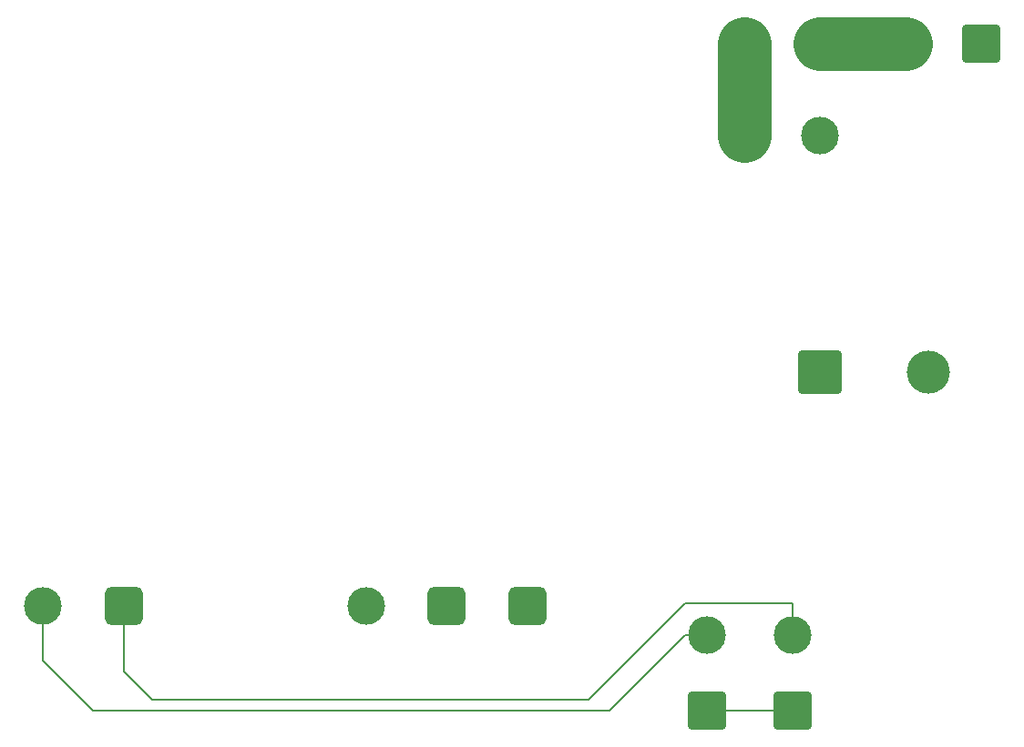
<source format=gbr>
%TF.GenerationSoftware,KiCad,Pcbnew,9.0.2*%
%TF.CreationDate,2025-06-12T22:51:23+08:00*%
%TF.ProjectId,MagFire,4d616746-6972-4652-9e6b-696361645f70,rev?*%
%TF.SameCoordinates,Original*%
%TF.FileFunction,Copper,L1,Top*%
%TF.FilePolarity,Positive*%
%FSLAX46Y46*%
G04 Gerber Fmt 4.6, Leading zero omitted, Abs format (unit mm)*
G04 Created by KiCad (PCBNEW 9.0.2) date 2025-06-12 22:51:23*
%MOMM*%
%LPD*%
G01*
G04 APERTURE LIST*
G04 Aperture macros list*
%AMRoundRect*
0 Rectangle with rounded corners*
0 $1 Rounding radius*
0 $2 $3 $4 $5 $6 $7 $8 $9 X,Y pos of 4 corners*
0 Add a 4 corners polygon primitive as box body*
4,1,4,$2,$3,$4,$5,$6,$7,$8,$9,$2,$3,0*
0 Add four circle primitives for the rounded corners*
1,1,$1+$1,$2,$3*
1,1,$1+$1,$4,$5*
1,1,$1+$1,$6,$7*
1,1,$1+$1,$8,$9*
0 Add four rect primitives between the rounded corners*
20,1,$1+$1,$2,$3,$4,$5,0*
20,1,$1+$1,$4,$5,$6,$7,0*
20,1,$1+$1,$6,$7,$8,$9,0*
20,1,$1+$1,$8,$9,$2,$3,0*%
G04 Aperture macros list end*
%TA.AperFunction,ComponentPad*%
%ADD10C,3.500000*%
%TD*%
%TA.AperFunction,ComponentPad*%
%ADD11RoundRect,0.525000X-1.225000X-1.225000X1.225000X-1.225000X1.225000X1.225000X-1.225000X1.225000X0*%
%TD*%
%TA.AperFunction,ComponentPad*%
%ADD12RoundRect,0.250002X1.499998X-1.499998X1.499998X1.499998X-1.499998X1.499998X-1.499998X-1.499998X0*%
%TD*%
%TA.AperFunction,ComponentPad*%
%ADD13RoundRect,0.250002X1.499998X1.499998X-1.499998X1.499998X-1.499998X-1.499998X1.499998X-1.499998X0*%
%TD*%
%TA.AperFunction,ComponentPad*%
%ADD14RoundRect,0.250002X-1.499998X-1.499998X1.499998X-1.499998X1.499998X1.499998X-1.499998X1.499998X0*%
%TD*%
%TA.AperFunction,ComponentPad*%
%ADD15RoundRect,0.250000X-1.750000X-1.750000X1.750000X-1.750000X1.750000X1.750000X-1.750000X1.750000X0*%
%TD*%
%TA.AperFunction,ComponentPad*%
%ADD16C,4.000000*%
%TD*%
%TA.AperFunction,Conductor*%
%ADD17C,0.200000*%
%TD*%
%TA.AperFunction,Conductor*%
%ADD18C,5.000000*%
%TD*%
G04 APERTURE END LIST*
D10*
%TO.P,U1,1,IN+*%
%TO.N,Net-(U1-IN+)*%
X76845000Y-132775000D03*
D11*
%TO.P,U1,2,IN-*%
%TO.N,Net-(BT1--)*%
X84345000Y-132775000D03*
D10*
%TO.P,U1,3,OUT+*%
%TO.N,Net-(U1-OUT+)*%
X106845000Y-132775000D03*
D11*
%TO.P,U1,4,OUT*%
%TO.N,Net-(U1-OUT)*%
X114345000Y-132775000D03*
%TO.P,U1,5,OUT-*%
%TO.N,unconnected-(U1-OUT--Pad5)*%
X121845000Y-132775000D03*
%TD*%
D12*
%TO.P,BT1,1,+*%
%TO.N,Net-(BT1-+)*%
X146500000Y-142500000D03*
D10*
%TO.P,BT1,2,-*%
%TO.N,Net-(BT1--)*%
X146500000Y-135500000D03*
%TD*%
D12*
%TO.P,SW1,1,1*%
%TO.N,Net-(BT1-+)*%
X138500000Y-142500000D03*
D10*
%TO.P,SW1,2,2*%
%TO.N,Net-(U1-IN+)*%
X138500000Y-135500000D03*
%TD*%
D13*
%TO.P,SW2,1,1*%
%TO.N,Net-(U1-OUT)*%
X164000000Y-80500000D03*
D10*
%TO.P,SW2,2,2*%
%TO.N,Net-(L1-Pad1)*%
X157000000Y-80500000D03*
%TD*%
D14*
%TO.P,R1,1*%
%TO.N,Net-(L1-Pad2)*%
X142000000Y-89000000D03*
D10*
%TO.P,R1,2*%
%TO.N,Net-(U1-OUT+)*%
X149000000Y-89000000D03*
%TD*%
D13*
%TO.P,L1,1,1*%
%TO.N,Net-(L1-Pad1)*%
X149000000Y-80500000D03*
D10*
%TO.P,L1,2,2*%
%TO.N,Net-(L1-Pad2)*%
X142000000Y-80500000D03*
%TD*%
D15*
%TO.P,C1,1*%
%TO.N,Net-(U1-OUT+)*%
X149069501Y-111000000D03*
D16*
%TO.P,C1,2*%
%TO.N,Net-(U1-OUT)*%
X159069501Y-111000000D03*
%TD*%
D17*
%TO.N,Net-(BT1--)*%
X84345000Y-138845000D02*
X84345000Y-132775000D01*
X127500000Y-141500000D02*
X87000000Y-141500000D01*
X87000000Y-141500000D02*
X84345000Y-138845000D01*
X136500000Y-132500000D02*
X127500000Y-141500000D01*
X146500000Y-135500000D02*
X146500000Y-132500000D01*
X146500000Y-132500000D02*
X136500000Y-132500000D01*
X84345000Y-132775000D02*
X84000000Y-133120000D01*
%TO.N,Net-(U1-IN+)*%
X81500000Y-142500000D02*
X76845000Y-137845000D01*
X136500000Y-135500000D02*
X129500000Y-142500000D01*
X129500000Y-142500000D02*
X81500000Y-142500000D01*
X138500000Y-135500000D02*
X136500000Y-135500000D01*
X76845000Y-137845000D02*
X76845000Y-132775000D01*
%TO.N,Net-(U1-OUT+)*%
X149000000Y-110930499D02*
X149069501Y-111000000D01*
D18*
%TO.N,Net-(L1-Pad2)*%
X142000000Y-80500000D02*
X142000000Y-89000000D01*
%TO.N,Net-(L1-Pad1)*%
X157000000Y-80500000D02*
X149000000Y-80500000D01*
D17*
%TO.N,Net-(BT1-+)*%
X138500000Y-142500000D02*
X146500000Y-142500000D01*
%TD*%
M02*

</source>
